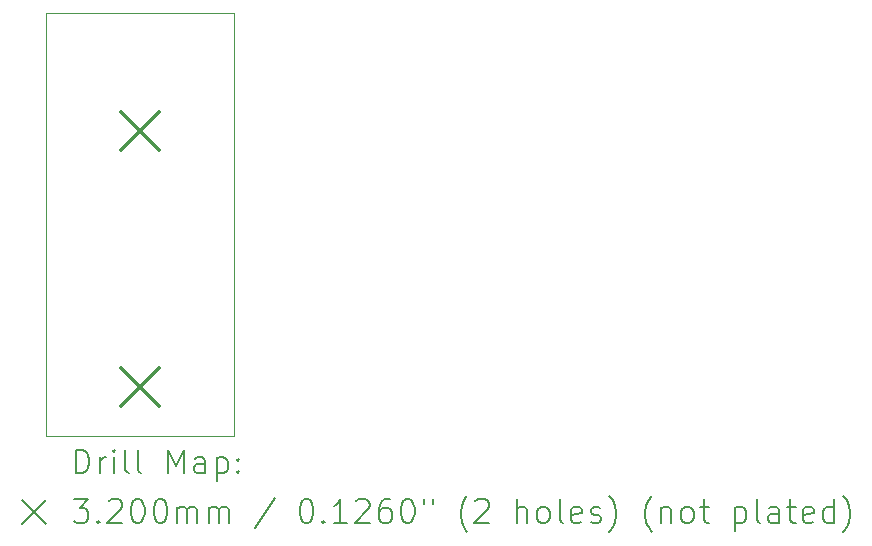
<source format=gbr>
%TF.GenerationSoftware,KiCad,Pcbnew,(6.0.11)*%
%TF.CreationDate,2024-01-24T23:02:19+00:00*%
%TF.ProjectId,RGBtoHDMI_DIN,52474274-6f48-4444-9d49-5f44494e2e6b,rev?*%
%TF.SameCoordinates,Original*%
%TF.FileFunction,Drillmap*%
%TF.FilePolarity,Positive*%
%FSLAX45Y45*%
G04 Gerber Fmt 4.5, Leading zero omitted, Abs format (unit mm)*
G04 Created by KiCad (PCBNEW (6.0.11)) date 2024-01-24 23:02:19*
%MOMM*%
%LPD*%
G01*
G04 APERTURE LIST*
%ADD10C,0.100000*%
%ADD11C,0.200000*%
%ADD12C,0.320000*%
G04 APERTURE END LIST*
D10*
X13973500Y-6726000D02*
X15560500Y-6726000D01*
X15560500Y-6726000D02*
X15560500Y-10303000D01*
X15560500Y-10303000D02*
X13973500Y-10303000D01*
X13973500Y-10303000D02*
X13973500Y-6726000D01*
D11*
D12*
X14607000Y-7562000D02*
X14927000Y-7882000D01*
X14927000Y-7562000D02*
X14607000Y-7882000D01*
X14607000Y-9731000D02*
X14927000Y-10051000D01*
X14927000Y-9731000D02*
X14607000Y-10051000D01*
D11*
X14226119Y-10618476D02*
X14226119Y-10418476D01*
X14273738Y-10418476D01*
X14302309Y-10428000D01*
X14321357Y-10447048D01*
X14330881Y-10466095D01*
X14340405Y-10504190D01*
X14340405Y-10532762D01*
X14330881Y-10570857D01*
X14321357Y-10589905D01*
X14302309Y-10608952D01*
X14273738Y-10618476D01*
X14226119Y-10618476D01*
X14426119Y-10618476D02*
X14426119Y-10485143D01*
X14426119Y-10523238D02*
X14435643Y-10504190D01*
X14445167Y-10494667D01*
X14464214Y-10485143D01*
X14483262Y-10485143D01*
X14549928Y-10618476D02*
X14549928Y-10485143D01*
X14549928Y-10418476D02*
X14540405Y-10428000D01*
X14549928Y-10437524D01*
X14559452Y-10428000D01*
X14549928Y-10418476D01*
X14549928Y-10437524D01*
X14673738Y-10618476D02*
X14654690Y-10608952D01*
X14645167Y-10589905D01*
X14645167Y-10418476D01*
X14778500Y-10618476D02*
X14759452Y-10608952D01*
X14749928Y-10589905D01*
X14749928Y-10418476D01*
X15007071Y-10618476D02*
X15007071Y-10418476D01*
X15073738Y-10561333D01*
X15140405Y-10418476D01*
X15140405Y-10618476D01*
X15321357Y-10618476D02*
X15321357Y-10513714D01*
X15311833Y-10494667D01*
X15292786Y-10485143D01*
X15254690Y-10485143D01*
X15235643Y-10494667D01*
X15321357Y-10608952D02*
X15302309Y-10618476D01*
X15254690Y-10618476D01*
X15235643Y-10608952D01*
X15226119Y-10589905D01*
X15226119Y-10570857D01*
X15235643Y-10551810D01*
X15254690Y-10542286D01*
X15302309Y-10542286D01*
X15321357Y-10532762D01*
X15416595Y-10485143D02*
X15416595Y-10685143D01*
X15416595Y-10494667D02*
X15435643Y-10485143D01*
X15473738Y-10485143D01*
X15492786Y-10494667D01*
X15502309Y-10504190D01*
X15511833Y-10523238D01*
X15511833Y-10580381D01*
X15502309Y-10599429D01*
X15492786Y-10608952D01*
X15473738Y-10618476D01*
X15435643Y-10618476D01*
X15416595Y-10608952D01*
X15597548Y-10599429D02*
X15607071Y-10608952D01*
X15597548Y-10618476D01*
X15588024Y-10608952D01*
X15597548Y-10599429D01*
X15597548Y-10618476D01*
X15597548Y-10494667D02*
X15607071Y-10504190D01*
X15597548Y-10513714D01*
X15588024Y-10504190D01*
X15597548Y-10494667D01*
X15597548Y-10513714D01*
X13768500Y-10848000D02*
X13968500Y-11048000D01*
X13968500Y-10848000D02*
X13768500Y-11048000D01*
X14207071Y-10838476D02*
X14330881Y-10838476D01*
X14264214Y-10914667D01*
X14292786Y-10914667D01*
X14311833Y-10924190D01*
X14321357Y-10933714D01*
X14330881Y-10952762D01*
X14330881Y-11000381D01*
X14321357Y-11019429D01*
X14311833Y-11028952D01*
X14292786Y-11038476D01*
X14235643Y-11038476D01*
X14216595Y-11028952D01*
X14207071Y-11019429D01*
X14416595Y-11019429D02*
X14426119Y-11028952D01*
X14416595Y-11038476D01*
X14407071Y-11028952D01*
X14416595Y-11019429D01*
X14416595Y-11038476D01*
X14502309Y-10857524D02*
X14511833Y-10848000D01*
X14530881Y-10838476D01*
X14578500Y-10838476D01*
X14597548Y-10848000D01*
X14607071Y-10857524D01*
X14616595Y-10876571D01*
X14616595Y-10895619D01*
X14607071Y-10924190D01*
X14492786Y-11038476D01*
X14616595Y-11038476D01*
X14740405Y-10838476D02*
X14759452Y-10838476D01*
X14778500Y-10848000D01*
X14788024Y-10857524D01*
X14797548Y-10876571D01*
X14807071Y-10914667D01*
X14807071Y-10962286D01*
X14797548Y-11000381D01*
X14788024Y-11019429D01*
X14778500Y-11028952D01*
X14759452Y-11038476D01*
X14740405Y-11038476D01*
X14721357Y-11028952D01*
X14711833Y-11019429D01*
X14702309Y-11000381D01*
X14692786Y-10962286D01*
X14692786Y-10914667D01*
X14702309Y-10876571D01*
X14711833Y-10857524D01*
X14721357Y-10848000D01*
X14740405Y-10838476D01*
X14930881Y-10838476D02*
X14949928Y-10838476D01*
X14968976Y-10848000D01*
X14978500Y-10857524D01*
X14988024Y-10876571D01*
X14997548Y-10914667D01*
X14997548Y-10962286D01*
X14988024Y-11000381D01*
X14978500Y-11019429D01*
X14968976Y-11028952D01*
X14949928Y-11038476D01*
X14930881Y-11038476D01*
X14911833Y-11028952D01*
X14902309Y-11019429D01*
X14892786Y-11000381D01*
X14883262Y-10962286D01*
X14883262Y-10914667D01*
X14892786Y-10876571D01*
X14902309Y-10857524D01*
X14911833Y-10848000D01*
X14930881Y-10838476D01*
X15083262Y-11038476D02*
X15083262Y-10905143D01*
X15083262Y-10924190D02*
X15092786Y-10914667D01*
X15111833Y-10905143D01*
X15140405Y-10905143D01*
X15159452Y-10914667D01*
X15168976Y-10933714D01*
X15168976Y-11038476D01*
X15168976Y-10933714D02*
X15178500Y-10914667D01*
X15197548Y-10905143D01*
X15226119Y-10905143D01*
X15245167Y-10914667D01*
X15254690Y-10933714D01*
X15254690Y-11038476D01*
X15349928Y-11038476D02*
X15349928Y-10905143D01*
X15349928Y-10924190D02*
X15359452Y-10914667D01*
X15378500Y-10905143D01*
X15407071Y-10905143D01*
X15426119Y-10914667D01*
X15435643Y-10933714D01*
X15435643Y-11038476D01*
X15435643Y-10933714D02*
X15445167Y-10914667D01*
X15464214Y-10905143D01*
X15492786Y-10905143D01*
X15511833Y-10914667D01*
X15521357Y-10933714D01*
X15521357Y-11038476D01*
X15911833Y-10828952D02*
X15740405Y-11086095D01*
X16168976Y-10838476D02*
X16188024Y-10838476D01*
X16207071Y-10848000D01*
X16216595Y-10857524D01*
X16226119Y-10876571D01*
X16235643Y-10914667D01*
X16235643Y-10962286D01*
X16226119Y-11000381D01*
X16216595Y-11019429D01*
X16207071Y-11028952D01*
X16188024Y-11038476D01*
X16168976Y-11038476D01*
X16149928Y-11028952D01*
X16140405Y-11019429D01*
X16130881Y-11000381D01*
X16121357Y-10962286D01*
X16121357Y-10914667D01*
X16130881Y-10876571D01*
X16140405Y-10857524D01*
X16149928Y-10848000D01*
X16168976Y-10838476D01*
X16321357Y-11019429D02*
X16330881Y-11028952D01*
X16321357Y-11038476D01*
X16311833Y-11028952D01*
X16321357Y-11019429D01*
X16321357Y-11038476D01*
X16521357Y-11038476D02*
X16407071Y-11038476D01*
X16464214Y-11038476D02*
X16464214Y-10838476D01*
X16445167Y-10867048D01*
X16426119Y-10886095D01*
X16407071Y-10895619D01*
X16597548Y-10857524D02*
X16607071Y-10848000D01*
X16626119Y-10838476D01*
X16673738Y-10838476D01*
X16692786Y-10848000D01*
X16702309Y-10857524D01*
X16711833Y-10876571D01*
X16711833Y-10895619D01*
X16702309Y-10924190D01*
X16588024Y-11038476D01*
X16711833Y-11038476D01*
X16883262Y-10838476D02*
X16845167Y-10838476D01*
X16826119Y-10848000D01*
X16816595Y-10857524D01*
X16797548Y-10886095D01*
X16788024Y-10924190D01*
X16788024Y-11000381D01*
X16797548Y-11019429D01*
X16807071Y-11028952D01*
X16826119Y-11038476D01*
X16864214Y-11038476D01*
X16883262Y-11028952D01*
X16892786Y-11019429D01*
X16902310Y-11000381D01*
X16902310Y-10952762D01*
X16892786Y-10933714D01*
X16883262Y-10924190D01*
X16864214Y-10914667D01*
X16826119Y-10914667D01*
X16807071Y-10924190D01*
X16797548Y-10933714D01*
X16788024Y-10952762D01*
X17026119Y-10838476D02*
X17045167Y-10838476D01*
X17064214Y-10848000D01*
X17073738Y-10857524D01*
X17083262Y-10876571D01*
X17092786Y-10914667D01*
X17092786Y-10962286D01*
X17083262Y-11000381D01*
X17073738Y-11019429D01*
X17064214Y-11028952D01*
X17045167Y-11038476D01*
X17026119Y-11038476D01*
X17007071Y-11028952D01*
X16997548Y-11019429D01*
X16988024Y-11000381D01*
X16978500Y-10962286D01*
X16978500Y-10914667D01*
X16988024Y-10876571D01*
X16997548Y-10857524D01*
X17007071Y-10848000D01*
X17026119Y-10838476D01*
X17168976Y-10838476D02*
X17168976Y-10876571D01*
X17245167Y-10838476D02*
X17245167Y-10876571D01*
X17540405Y-11114667D02*
X17530881Y-11105143D01*
X17511833Y-11076571D01*
X17502310Y-11057524D01*
X17492786Y-11028952D01*
X17483262Y-10981333D01*
X17483262Y-10943238D01*
X17492786Y-10895619D01*
X17502310Y-10867048D01*
X17511833Y-10848000D01*
X17530881Y-10819429D01*
X17540405Y-10809905D01*
X17607071Y-10857524D02*
X17616595Y-10848000D01*
X17635643Y-10838476D01*
X17683262Y-10838476D01*
X17702310Y-10848000D01*
X17711833Y-10857524D01*
X17721357Y-10876571D01*
X17721357Y-10895619D01*
X17711833Y-10924190D01*
X17597548Y-11038476D01*
X17721357Y-11038476D01*
X17959452Y-11038476D02*
X17959452Y-10838476D01*
X18045167Y-11038476D02*
X18045167Y-10933714D01*
X18035643Y-10914667D01*
X18016595Y-10905143D01*
X17988024Y-10905143D01*
X17968976Y-10914667D01*
X17959452Y-10924190D01*
X18168976Y-11038476D02*
X18149929Y-11028952D01*
X18140405Y-11019429D01*
X18130881Y-11000381D01*
X18130881Y-10943238D01*
X18140405Y-10924190D01*
X18149929Y-10914667D01*
X18168976Y-10905143D01*
X18197548Y-10905143D01*
X18216595Y-10914667D01*
X18226119Y-10924190D01*
X18235643Y-10943238D01*
X18235643Y-11000381D01*
X18226119Y-11019429D01*
X18216595Y-11028952D01*
X18197548Y-11038476D01*
X18168976Y-11038476D01*
X18349929Y-11038476D02*
X18330881Y-11028952D01*
X18321357Y-11009905D01*
X18321357Y-10838476D01*
X18502310Y-11028952D02*
X18483262Y-11038476D01*
X18445167Y-11038476D01*
X18426119Y-11028952D01*
X18416595Y-11009905D01*
X18416595Y-10933714D01*
X18426119Y-10914667D01*
X18445167Y-10905143D01*
X18483262Y-10905143D01*
X18502310Y-10914667D01*
X18511833Y-10933714D01*
X18511833Y-10952762D01*
X18416595Y-10971810D01*
X18588024Y-11028952D02*
X18607071Y-11038476D01*
X18645167Y-11038476D01*
X18664214Y-11028952D01*
X18673738Y-11009905D01*
X18673738Y-11000381D01*
X18664214Y-10981333D01*
X18645167Y-10971810D01*
X18616595Y-10971810D01*
X18597548Y-10962286D01*
X18588024Y-10943238D01*
X18588024Y-10933714D01*
X18597548Y-10914667D01*
X18616595Y-10905143D01*
X18645167Y-10905143D01*
X18664214Y-10914667D01*
X18740405Y-11114667D02*
X18749929Y-11105143D01*
X18768976Y-11076571D01*
X18778500Y-11057524D01*
X18788024Y-11028952D01*
X18797548Y-10981333D01*
X18797548Y-10943238D01*
X18788024Y-10895619D01*
X18778500Y-10867048D01*
X18768976Y-10848000D01*
X18749929Y-10819429D01*
X18740405Y-10809905D01*
X19102310Y-11114667D02*
X19092786Y-11105143D01*
X19073738Y-11076571D01*
X19064214Y-11057524D01*
X19054690Y-11028952D01*
X19045167Y-10981333D01*
X19045167Y-10943238D01*
X19054690Y-10895619D01*
X19064214Y-10867048D01*
X19073738Y-10848000D01*
X19092786Y-10819429D01*
X19102310Y-10809905D01*
X19178500Y-10905143D02*
X19178500Y-11038476D01*
X19178500Y-10924190D02*
X19188024Y-10914667D01*
X19207071Y-10905143D01*
X19235643Y-10905143D01*
X19254690Y-10914667D01*
X19264214Y-10933714D01*
X19264214Y-11038476D01*
X19388024Y-11038476D02*
X19368976Y-11028952D01*
X19359452Y-11019429D01*
X19349929Y-11000381D01*
X19349929Y-10943238D01*
X19359452Y-10924190D01*
X19368976Y-10914667D01*
X19388024Y-10905143D01*
X19416595Y-10905143D01*
X19435643Y-10914667D01*
X19445167Y-10924190D01*
X19454690Y-10943238D01*
X19454690Y-11000381D01*
X19445167Y-11019429D01*
X19435643Y-11028952D01*
X19416595Y-11038476D01*
X19388024Y-11038476D01*
X19511833Y-10905143D02*
X19588024Y-10905143D01*
X19540405Y-10838476D02*
X19540405Y-11009905D01*
X19549929Y-11028952D01*
X19568976Y-11038476D01*
X19588024Y-11038476D01*
X19807071Y-10905143D02*
X19807071Y-11105143D01*
X19807071Y-10914667D02*
X19826119Y-10905143D01*
X19864214Y-10905143D01*
X19883262Y-10914667D01*
X19892786Y-10924190D01*
X19902310Y-10943238D01*
X19902310Y-11000381D01*
X19892786Y-11019429D01*
X19883262Y-11028952D01*
X19864214Y-11038476D01*
X19826119Y-11038476D01*
X19807071Y-11028952D01*
X20016595Y-11038476D02*
X19997548Y-11028952D01*
X19988024Y-11009905D01*
X19988024Y-10838476D01*
X20178500Y-11038476D02*
X20178500Y-10933714D01*
X20168976Y-10914667D01*
X20149929Y-10905143D01*
X20111833Y-10905143D01*
X20092786Y-10914667D01*
X20178500Y-11028952D02*
X20159452Y-11038476D01*
X20111833Y-11038476D01*
X20092786Y-11028952D01*
X20083262Y-11009905D01*
X20083262Y-10990857D01*
X20092786Y-10971810D01*
X20111833Y-10962286D01*
X20159452Y-10962286D01*
X20178500Y-10952762D01*
X20245167Y-10905143D02*
X20321357Y-10905143D01*
X20273738Y-10838476D02*
X20273738Y-11009905D01*
X20283262Y-11028952D01*
X20302310Y-11038476D01*
X20321357Y-11038476D01*
X20464214Y-11028952D02*
X20445167Y-11038476D01*
X20407071Y-11038476D01*
X20388024Y-11028952D01*
X20378500Y-11009905D01*
X20378500Y-10933714D01*
X20388024Y-10914667D01*
X20407071Y-10905143D01*
X20445167Y-10905143D01*
X20464214Y-10914667D01*
X20473738Y-10933714D01*
X20473738Y-10952762D01*
X20378500Y-10971810D01*
X20645167Y-11038476D02*
X20645167Y-10838476D01*
X20645167Y-11028952D02*
X20626119Y-11038476D01*
X20588024Y-11038476D01*
X20568976Y-11028952D01*
X20559452Y-11019429D01*
X20549929Y-11000381D01*
X20549929Y-10943238D01*
X20559452Y-10924190D01*
X20568976Y-10914667D01*
X20588024Y-10905143D01*
X20626119Y-10905143D01*
X20645167Y-10914667D01*
X20721357Y-11114667D02*
X20730881Y-11105143D01*
X20749929Y-11076571D01*
X20759452Y-11057524D01*
X20768976Y-11028952D01*
X20778500Y-10981333D01*
X20778500Y-10943238D01*
X20768976Y-10895619D01*
X20759452Y-10867048D01*
X20749929Y-10848000D01*
X20730881Y-10819429D01*
X20721357Y-10809905D01*
M02*

</source>
